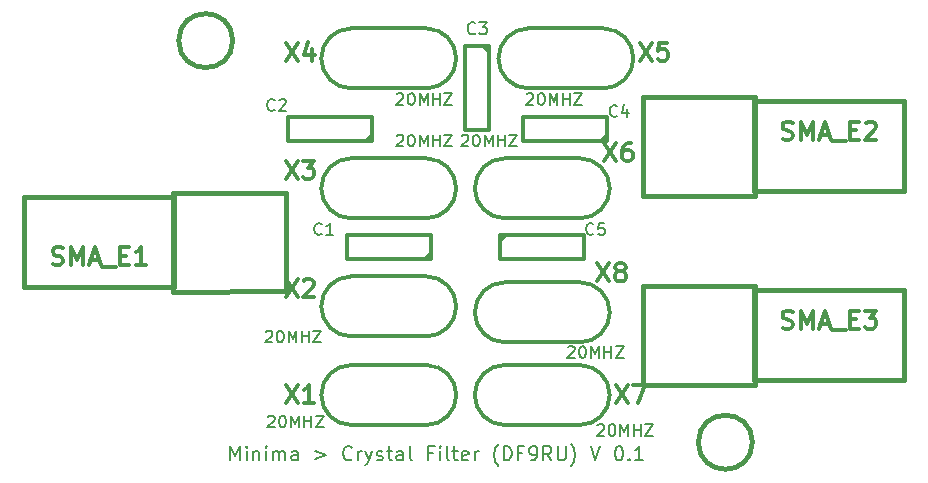
<source format=gto>
G04 #@! TF.FileFunction,Legend,Top*
%FSLAX45Y45*%
G04 Gerber Fmt 4.5, Leading zero omitted, Abs format (unit mm)*
G04 Created by KiCad (PCBNEW (2015-01-25 BZR 5388)-product) date Mo 03 Aug 2015 14:14:46 CEST*
%MOMM*%
G01*
G04 APERTURE LIST*
%ADD10C,0.150000*%
%ADD11C,0.200660*%
%ADD12C,0.381000*%
%ADD13C,0.317500*%
%ADD14C,0.304800*%
%ADD15C,0.200000*%
%ADD16C,0.203200*%
G04 APERTURE END LIST*
D10*
D11*
X12910240Y-10054215D02*
X12910240Y-9934327D01*
X12950202Y-10019961D01*
X12990165Y-9934327D01*
X12990165Y-10054215D01*
X13047255Y-10054215D02*
X13047255Y-9974290D01*
X13047255Y-9934327D02*
X13041546Y-9940036D01*
X13047255Y-9945745D01*
X13052964Y-9940036D01*
X13047255Y-9934327D01*
X13047255Y-9945745D01*
X13104344Y-9974290D02*
X13104344Y-10054215D01*
X13104344Y-9985708D02*
X13110053Y-9979999D01*
X13121471Y-9974290D01*
X13138598Y-9974290D01*
X13150016Y-9979999D01*
X13155725Y-9991417D01*
X13155725Y-10054215D01*
X13212814Y-10054215D02*
X13212814Y-9974290D01*
X13212814Y-9934327D02*
X13207105Y-9940036D01*
X13212814Y-9945745D01*
X13218523Y-9940036D01*
X13212814Y-9934327D01*
X13212814Y-9945745D01*
X13269904Y-10054215D02*
X13269904Y-9974290D01*
X13269904Y-9985708D02*
X13275613Y-9979999D01*
X13287031Y-9974290D01*
X13304157Y-9974290D01*
X13315575Y-9979999D01*
X13321284Y-9991417D01*
X13321284Y-10054215D01*
X13321284Y-9991417D02*
X13326993Y-9979999D01*
X13338411Y-9974290D01*
X13355538Y-9974290D01*
X13366956Y-9979999D01*
X13372665Y-9991417D01*
X13372665Y-10054215D01*
X13481135Y-10054215D02*
X13481135Y-9991417D01*
X13475426Y-9979999D01*
X13464008Y-9974290D01*
X13441172Y-9974290D01*
X13429754Y-9979999D01*
X13481135Y-10048506D02*
X13469717Y-10054215D01*
X13441172Y-10054215D01*
X13429754Y-10048506D01*
X13424045Y-10037088D01*
X13424045Y-10025670D01*
X13429754Y-10014252D01*
X13441172Y-10008543D01*
X13469717Y-10008543D01*
X13481135Y-10002835D01*
X13629568Y-9974290D02*
X13720911Y-10008543D01*
X13629568Y-10042797D01*
X13937851Y-10042797D02*
X13932142Y-10048506D01*
X13915015Y-10054215D01*
X13903597Y-10054215D01*
X13886471Y-10048506D01*
X13875053Y-10037088D01*
X13869344Y-10025670D01*
X13863635Y-10002835D01*
X13863635Y-9985708D01*
X13869344Y-9962872D01*
X13875053Y-9951454D01*
X13886471Y-9940036D01*
X13903597Y-9934327D01*
X13915015Y-9934327D01*
X13932142Y-9940036D01*
X13937851Y-9945745D01*
X13989232Y-10054215D02*
X13989232Y-9974290D01*
X13989232Y-9997126D02*
X13994941Y-9985708D01*
X14000650Y-9979999D01*
X14012068Y-9974290D01*
X14023485Y-9974290D01*
X14052030Y-9974290D02*
X14080575Y-10054215D01*
X14109120Y-9974290D02*
X14080575Y-10054215D01*
X14069157Y-10082760D01*
X14063448Y-10088469D01*
X14052030Y-10094178D01*
X14149082Y-10048506D02*
X14160500Y-10054215D01*
X14183336Y-10054215D01*
X14194754Y-10048506D01*
X14200463Y-10037088D01*
X14200463Y-10031379D01*
X14194754Y-10019961D01*
X14183336Y-10014252D01*
X14166209Y-10014252D01*
X14154791Y-10008543D01*
X14149082Y-9997126D01*
X14149082Y-9991417D01*
X14154791Y-9979999D01*
X14166209Y-9974290D01*
X14183336Y-9974290D01*
X14194754Y-9979999D01*
X14234717Y-9974290D02*
X14280388Y-9974290D01*
X14251844Y-9934327D02*
X14251844Y-10037088D01*
X14257552Y-10048506D01*
X14268970Y-10054215D01*
X14280388Y-10054215D01*
X14371731Y-10054215D02*
X14371731Y-9991417D01*
X14366023Y-9979999D01*
X14354605Y-9974290D01*
X14331769Y-9974290D01*
X14320351Y-9979999D01*
X14371731Y-10048506D02*
X14360314Y-10054215D01*
X14331769Y-10054215D01*
X14320351Y-10048506D01*
X14314642Y-10037088D01*
X14314642Y-10025670D01*
X14320351Y-10014252D01*
X14331769Y-10008543D01*
X14360314Y-10008543D01*
X14371731Y-10002835D01*
X14445948Y-10054215D02*
X14434530Y-10048506D01*
X14428821Y-10037088D01*
X14428821Y-9934327D01*
X14622925Y-9991417D02*
X14582963Y-9991417D01*
X14582963Y-10054215D02*
X14582963Y-9934327D01*
X14640052Y-9934327D01*
X14685724Y-10054215D02*
X14685724Y-9974290D01*
X14685724Y-9934327D02*
X14680015Y-9940036D01*
X14685724Y-9945745D01*
X14691433Y-9940036D01*
X14685724Y-9934327D01*
X14685724Y-9945745D01*
X14759940Y-10054215D02*
X14748522Y-10048506D01*
X14742813Y-10037088D01*
X14742813Y-9934327D01*
X14788485Y-9974290D02*
X14834157Y-9974290D01*
X14805612Y-9934327D02*
X14805612Y-10037088D01*
X14811321Y-10048506D01*
X14822739Y-10054215D01*
X14834157Y-10054215D01*
X14919791Y-10048506D02*
X14908373Y-10054215D01*
X14885537Y-10054215D01*
X14874119Y-10048506D01*
X14868410Y-10037088D01*
X14868410Y-9991417D01*
X14874119Y-9979999D01*
X14885537Y-9974290D01*
X14908373Y-9974290D01*
X14919791Y-9979999D01*
X14925500Y-9991417D01*
X14925500Y-10002835D01*
X14868410Y-10014252D01*
X14976880Y-10054215D02*
X14976880Y-9974290D01*
X14976880Y-9997126D02*
X14982589Y-9985708D01*
X14988298Y-9979999D01*
X14999716Y-9974290D01*
X15011134Y-9974290D01*
X15176694Y-10099887D02*
X15170985Y-10094178D01*
X15159567Y-10077051D01*
X15153858Y-10065633D01*
X15148149Y-10048506D01*
X15142440Y-10019961D01*
X15142440Y-9997126D01*
X15148149Y-9968581D01*
X15153858Y-9951454D01*
X15159567Y-9940036D01*
X15170985Y-9922909D01*
X15176694Y-9917200D01*
X15222365Y-10054215D02*
X15222365Y-9934327D01*
X15250910Y-9934327D01*
X15268037Y-9940036D01*
X15279455Y-9951454D01*
X15285164Y-9962872D01*
X15290873Y-9985708D01*
X15290873Y-10002835D01*
X15285164Y-10025670D01*
X15279455Y-10037088D01*
X15268037Y-10048506D01*
X15250910Y-10054215D01*
X15222365Y-10054215D01*
X15382216Y-9991417D02*
X15342253Y-9991417D01*
X15342253Y-10054215D02*
X15342253Y-9934327D01*
X15399343Y-9934327D01*
X15450723Y-10054215D02*
X15473559Y-10054215D01*
X15484977Y-10048506D01*
X15490686Y-10042797D01*
X15502104Y-10025670D01*
X15507813Y-10002835D01*
X15507813Y-9957163D01*
X15502104Y-9945745D01*
X15496395Y-9940036D01*
X15484977Y-9934327D01*
X15462141Y-9934327D01*
X15450723Y-9940036D01*
X15445014Y-9945745D01*
X15439305Y-9957163D01*
X15439305Y-9985708D01*
X15445014Y-9997126D01*
X15450723Y-10002835D01*
X15462141Y-10008543D01*
X15484977Y-10008543D01*
X15496395Y-10002835D01*
X15502104Y-9997126D01*
X15507813Y-9985708D01*
X15627701Y-10054215D02*
X15587738Y-9997126D01*
X15559193Y-10054215D02*
X15559193Y-9934327D01*
X15604865Y-9934327D01*
X15616283Y-9940036D01*
X15621992Y-9945745D01*
X15627701Y-9957163D01*
X15627701Y-9974290D01*
X15621992Y-9985708D01*
X15616283Y-9991417D01*
X15604865Y-9997126D01*
X15559193Y-9997126D01*
X15679081Y-9934327D02*
X15679081Y-10031379D01*
X15684790Y-10042797D01*
X15690499Y-10048506D01*
X15701917Y-10054215D01*
X15724753Y-10054215D01*
X15736171Y-10048506D01*
X15741880Y-10042797D01*
X15747589Y-10031379D01*
X15747589Y-9934327D01*
X15793260Y-10099887D02*
X15798969Y-10094178D01*
X15810387Y-10077051D01*
X15816096Y-10065633D01*
X15821805Y-10048506D01*
X15827514Y-10019961D01*
X15827514Y-9997126D01*
X15821805Y-9968581D01*
X15816096Y-9951454D01*
X15810387Y-9940036D01*
X15798969Y-9922909D01*
X15793260Y-9917200D01*
X15958820Y-9934327D02*
X15998783Y-10054215D01*
X16038745Y-9934327D01*
X16192887Y-9934327D02*
X16204305Y-9934327D01*
X16215723Y-9940036D01*
X16221432Y-9945745D01*
X16227141Y-9957163D01*
X16232850Y-9979999D01*
X16232850Y-10008543D01*
X16227141Y-10031379D01*
X16221432Y-10042797D01*
X16215723Y-10048506D01*
X16204305Y-10054215D01*
X16192887Y-10054215D01*
X16181469Y-10048506D01*
X16175760Y-10042797D01*
X16170051Y-10031379D01*
X16164342Y-10008543D01*
X16164342Y-9979999D01*
X16170051Y-9957163D01*
X16175760Y-9945745D01*
X16181469Y-9940036D01*
X16192887Y-9934327D01*
X16284230Y-10042797D02*
X16289939Y-10048506D01*
X16284230Y-10054215D01*
X16278521Y-10048506D01*
X16284230Y-10042797D01*
X16284230Y-10054215D01*
X16404118Y-10054215D02*
X16335611Y-10054215D01*
X16369864Y-10054215D02*
X16369864Y-9934327D01*
X16358446Y-9951454D01*
X16347029Y-9962872D01*
X16335611Y-9968581D01*
D12*
X17328642Y-9900158D02*
G75*
G03X17328642Y-9900158I-228600J0D01*
G01*
X12928600Y-6499860D02*
G75*
G03X12928600Y-6499860I-228600J0D01*
G01*
D13*
X15232500Y-9754000D02*
X15867500Y-9754000D01*
X15232500Y-9246000D02*
X15867500Y-9246000D01*
X16121500Y-9500000D02*
G75*
G03X15867500Y-9246000I-254000J0D01*
G01*
X15867500Y-9754000D02*
G75*
G03X16121500Y-9500000I0J254000D01*
G01*
X15232500Y-9246000D02*
G75*
G03X14978500Y-9500000I0J-254000D01*
G01*
X14978500Y-9500000D02*
G75*
G03X15232500Y-9754000I254000J0D01*
G01*
X15232500Y-9054000D02*
X15867500Y-9054000D01*
X15232500Y-8546000D02*
X15867500Y-8546000D01*
X16121500Y-8800000D02*
G75*
G03X15867500Y-8546000I-254000J0D01*
G01*
X15867500Y-9054000D02*
G75*
G03X16121500Y-8800000I0J254000D01*
G01*
X15232500Y-8546000D02*
G75*
G03X14978500Y-8800000I0J-254000D01*
G01*
X14978500Y-8800000D02*
G75*
G03X15232500Y-9054000I254000J0D01*
G01*
X15867500Y-7496000D02*
X15232500Y-7496000D01*
X15867500Y-8004000D02*
X15232500Y-8004000D01*
X14978500Y-7750000D02*
G75*
G03X15232500Y-8004000I254000J0D01*
G01*
X15232500Y-7496000D02*
G75*
G03X14978500Y-7750000I0J-254000D01*
G01*
X15867500Y-8004000D02*
G75*
G03X16121500Y-7750000I0J254000D01*
G01*
X16121500Y-7750000D02*
G75*
G03X15867500Y-7496000I-254000J0D01*
G01*
X15432500Y-6904000D02*
X16067500Y-6904000D01*
X15432500Y-6396000D02*
X16067500Y-6396000D01*
X16321500Y-6650000D02*
G75*
G03X16067500Y-6396000I-254000J0D01*
G01*
X16067500Y-6904000D02*
G75*
G03X16321500Y-6650000I0J254000D01*
G01*
X15432500Y-6396000D02*
G75*
G03X15178500Y-6650000I0J-254000D01*
G01*
X15178500Y-6650000D02*
G75*
G03X15432500Y-6904000I254000J0D01*
G01*
X13932500Y-6904000D02*
X14567500Y-6904000D01*
X13932500Y-6396000D02*
X14567500Y-6396000D01*
X14821500Y-6650000D02*
G75*
G03X14567500Y-6396000I-254000J0D01*
G01*
X14567500Y-6904000D02*
G75*
G03X14821500Y-6650000I0J254000D01*
G01*
X13932500Y-6396000D02*
G75*
G03X13678500Y-6650000I0J-254000D01*
G01*
X13678500Y-6650000D02*
G75*
G03X13932500Y-6904000I254000J0D01*
G01*
X14567408Y-7496048D02*
X13932408Y-7496048D01*
X14567408Y-8004048D02*
X13932408Y-8004048D01*
X13678408Y-7750048D02*
G75*
G03X13932408Y-8004048I254000J0D01*
G01*
X13932408Y-7496048D02*
G75*
G03X13678408Y-7750048I0J-254000D01*
G01*
X14567408Y-8004048D02*
G75*
G03X14821408Y-7750048I0J254000D01*
G01*
X14821408Y-7750048D02*
G75*
G03X14567408Y-7496048I-254000J0D01*
G01*
X13932408Y-9004046D02*
X14567408Y-9004046D01*
X13932408Y-8496046D02*
X14567408Y-8496046D01*
X14821408Y-8750046D02*
G75*
G03X14567408Y-8496046I-254000J0D01*
G01*
X14567408Y-9004046D02*
G75*
G03X14821408Y-8750046I0J254000D01*
G01*
X13932408Y-8496046D02*
G75*
G03X13678408Y-8750046I0J-254000D01*
G01*
X13678408Y-8750046D02*
G75*
G03X13932408Y-9004046I254000J0D01*
G01*
X13932408Y-9754108D02*
X14567408Y-9754108D01*
X13932408Y-9246108D02*
X14567408Y-9246108D01*
X14821408Y-9500108D02*
G75*
G03X14567408Y-9246108I-254000J0D01*
G01*
X14567408Y-9754108D02*
G75*
G03X14821408Y-9500108I0J254000D01*
G01*
X13932408Y-9246108D02*
G75*
G03X13678408Y-9500108I0J-254000D01*
G01*
X13678408Y-9500108D02*
G75*
G03X13932408Y-9754108I254000J0D01*
G01*
D14*
X15194400Y-8148400D02*
X15905600Y-8148400D01*
X15905600Y-8148400D02*
X15905600Y-8351600D01*
X15905600Y-8351600D02*
X15194400Y-8351600D01*
X15194400Y-8351600D02*
X15194400Y-8148400D01*
X15194400Y-8199200D02*
X15245200Y-8148400D01*
X16095600Y-7351600D02*
X15384400Y-7351600D01*
X15384400Y-7351600D02*
X15384400Y-7148400D01*
X15384400Y-7148400D02*
X16095600Y-7148400D01*
X16095600Y-7148400D02*
X16095600Y-7351600D01*
X16095600Y-7300800D02*
X16044800Y-7351600D01*
X14105636Y-7351522D02*
X13394436Y-7351522D01*
X13394436Y-7351522D02*
X13394436Y-7148322D01*
X13394436Y-7148322D02*
X14105636Y-7148322D01*
X14105636Y-7148322D02*
X14105636Y-7351522D01*
X14105636Y-7300722D02*
X14054836Y-7351522D01*
X15101600Y-6544400D02*
X15101600Y-7255600D01*
X15101600Y-7255600D02*
X14898400Y-7255600D01*
X14898400Y-7255600D02*
X14898400Y-6544400D01*
X14898400Y-6544400D02*
X15101600Y-6544400D01*
X15050800Y-6544400D02*
X15101600Y-6595200D01*
X14605508Y-8351520D02*
X13894308Y-8351520D01*
X13894308Y-8351520D02*
X13894308Y-8148320D01*
X13894308Y-8148320D02*
X14605508Y-8148320D01*
X14605508Y-8148320D02*
X14605508Y-8351520D01*
X14605508Y-8300720D02*
X14554708Y-8351520D01*
D12*
X13374800Y-8619560D02*
X12424840Y-8624640D01*
X12424840Y-8624640D02*
X12424840Y-7786440D01*
X12424840Y-7786440D02*
X13379880Y-7786440D01*
X13379880Y-7786440D02*
X13379880Y-8619560D01*
X12435000Y-8586540D02*
X12435000Y-7824540D01*
X12435000Y-7824540D02*
X11165000Y-7824540D01*
X11165000Y-7824540D02*
X11165000Y-8586540D01*
X11165000Y-8586540D02*
X12435000Y-8586540D01*
X16405200Y-6980440D02*
X17355160Y-6975360D01*
X17355160Y-6975360D02*
X17355160Y-7813560D01*
X17355160Y-7813560D02*
X16400120Y-7813560D01*
X16400120Y-7813560D02*
X16400120Y-6980440D01*
X17345000Y-7013460D02*
X17345000Y-7775460D01*
X17345000Y-7775460D02*
X18615000Y-7775460D01*
X18615000Y-7775460D02*
X18615000Y-7013460D01*
X18615000Y-7013460D02*
X17345000Y-7013460D01*
X16405200Y-8580440D02*
X17355160Y-8575360D01*
X17355160Y-8575360D02*
X17355160Y-9413560D01*
X17355160Y-9413560D02*
X16400120Y-9413560D01*
X16400120Y-9413560D02*
X16400120Y-8580440D01*
X17345000Y-8613460D02*
X17345000Y-9375460D01*
X17345000Y-9375460D02*
X18615000Y-9375460D01*
X18615000Y-9375460D02*
X18615000Y-8613460D01*
X18615000Y-8613460D02*
X17345000Y-8613460D01*
D14*
X16176690Y-9416543D02*
X16278290Y-9568943D01*
X16278290Y-9416543D02*
X16176690Y-9568943D01*
X16321833Y-9416543D02*
X16423433Y-9416543D01*
X16358119Y-9568943D01*
D15*
X16016667Y-9754762D02*
X16021429Y-9750000D01*
X16030952Y-9745238D01*
X16054762Y-9745238D01*
X16064286Y-9750000D01*
X16069048Y-9754762D01*
X16073810Y-9764286D01*
X16073810Y-9773810D01*
X16069048Y-9788095D01*
X16011905Y-9845238D01*
X16073810Y-9845238D01*
X16135714Y-9745238D02*
X16145238Y-9745238D01*
X16154762Y-9750000D01*
X16159524Y-9754762D01*
X16164286Y-9764286D01*
X16169048Y-9783333D01*
X16169048Y-9807143D01*
X16164286Y-9826191D01*
X16159524Y-9835714D01*
X16154762Y-9840476D01*
X16145238Y-9845238D01*
X16135714Y-9845238D01*
X16126190Y-9840476D01*
X16121429Y-9835714D01*
X16116667Y-9826191D01*
X16111905Y-9807143D01*
X16111905Y-9783333D01*
X16116667Y-9764286D01*
X16121429Y-9754762D01*
X16126190Y-9750000D01*
X16135714Y-9745238D01*
X16211905Y-9845238D02*
X16211905Y-9745238D01*
X16245238Y-9816667D01*
X16278571Y-9745238D01*
X16278571Y-9845238D01*
X16326190Y-9845238D02*
X16326190Y-9745238D01*
X16326190Y-9792857D02*
X16383333Y-9792857D01*
X16383333Y-9845238D02*
X16383333Y-9745238D01*
X16421429Y-9745238D02*
X16488095Y-9745238D01*
X16421429Y-9845238D01*
X16488095Y-9845238D01*
D14*
X16016628Y-8386543D02*
X16118228Y-8538943D01*
X16118228Y-8386543D02*
X16016628Y-8538943D01*
X16198057Y-8451857D02*
X16183543Y-8444600D01*
X16176286Y-8437343D01*
X16169029Y-8422829D01*
X16169029Y-8415571D01*
X16176286Y-8401057D01*
X16183543Y-8393800D01*
X16198057Y-8386543D01*
X16227086Y-8386543D01*
X16241600Y-8393800D01*
X16248857Y-8401057D01*
X16256114Y-8415571D01*
X16256114Y-8422829D01*
X16248857Y-8437343D01*
X16241600Y-8444600D01*
X16227086Y-8451857D01*
X16198057Y-8451857D01*
X16183543Y-8459114D01*
X16176286Y-8466371D01*
X16169029Y-8480886D01*
X16169029Y-8509914D01*
X16176286Y-8524429D01*
X16183543Y-8531686D01*
X16198057Y-8538943D01*
X16227086Y-8538943D01*
X16241600Y-8531686D01*
X16248857Y-8524429D01*
X16256114Y-8509914D01*
X16256114Y-8480886D01*
X16248857Y-8466371D01*
X16241600Y-8459114D01*
X16227086Y-8451857D01*
D15*
X15766667Y-9094762D02*
X15771429Y-9090000D01*
X15780952Y-9085238D01*
X15804762Y-9085238D01*
X15814286Y-9090000D01*
X15819048Y-9094762D01*
X15823810Y-9104286D01*
X15823810Y-9113810D01*
X15819048Y-9128095D01*
X15761905Y-9185238D01*
X15823810Y-9185238D01*
X15885714Y-9085238D02*
X15895238Y-9085238D01*
X15904762Y-9090000D01*
X15909524Y-9094762D01*
X15914286Y-9104286D01*
X15919048Y-9123333D01*
X15919048Y-9147143D01*
X15914286Y-9166191D01*
X15909524Y-9175714D01*
X15904762Y-9180476D01*
X15895238Y-9185238D01*
X15885714Y-9185238D01*
X15876190Y-9180476D01*
X15871429Y-9175714D01*
X15866667Y-9166191D01*
X15861905Y-9147143D01*
X15861905Y-9123333D01*
X15866667Y-9104286D01*
X15871429Y-9094762D01*
X15876190Y-9090000D01*
X15885714Y-9085238D01*
X15961905Y-9185238D02*
X15961905Y-9085238D01*
X15995238Y-9156667D01*
X16028571Y-9085238D01*
X16028571Y-9185238D01*
X16076190Y-9185238D02*
X16076190Y-9085238D01*
X16076190Y-9132857D02*
X16133333Y-9132857D01*
X16133333Y-9185238D02*
X16133333Y-9085238D01*
X16171429Y-9085238D02*
X16238095Y-9085238D01*
X16171429Y-9185238D01*
X16238095Y-9185238D01*
D14*
X16076628Y-7366543D02*
X16178228Y-7518943D01*
X16178228Y-7366543D02*
X16076628Y-7518943D01*
X16301600Y-7366543D02*
X16272571Y-7366543D01*
X16258057Y-7373800D01*
X16250800Y-7381057D01*
X16236286Y-7402829D01*
X16229029Y-7431857D01*
X16229029Y-7489914D01*
X16236286Y-7504429D01*
X16243543Y-7511686D01*
X16258057Y-7518943D01*
X16287086Y-7518943D01*
X16301600Y-7511686D01*
X16308857Y-7504429D01*
X16316114Y-7489914D01*
X16316114Y-7453629D01*
X16308857Y-7439114D01*
X16301600Y-7431857D01*
X16287086Y-7424600D01*
X16258057Y-7424600D01*
X16243543Y-7431857D01*
X16236286Y-7439114D01*
X16229029Y-7453629D01*
D15*
X14866667Y-7304762D02*
X14871429Y-7300000D01*
X14880952Y-7295238D01*
X14904762Y-7295238D01*
X14914286Y-7300000D01*
X14919048Y-7304762D01*
X14923810Y-7314286D01*
X14923810Y-7323809D01*
X14919048Y-7338095D01*
X14861905Y-7395238D01*
X14923810Y-7395238D01*
X14985714Y-7295238D02*
X14995238Y-7295238D01*
X15004762Y-7300000D01*
X15009524Y-7304762D01*
X15014286Y-7314286D01*
X15019048Y-7333333D01*
X15019048Y-7357143D01*
X15014286Y-7376190D01*
X15009524Y-7385714D01*
X15004762Y-7390476D01*
X14995238Y-7395238D01*
X14985714Y-7395238D01*
X14976190Y-7390476D01*
X14971429Y-7385714D01*
X14966667Y-7376190D01*
X14961905Y-7357143D01*
X14961905Y-7333333D01*
X14966667Y-7314286D01*
X14971429Y-7304762D01*
X14976190Y-7300000D01*
X14985714Y-7295238D01*
X15061905Y-7395238D02*
X15061905Y-7295238D01*
X15095238Y-7366667D01*
X15128571Y-7295238D01*
X15128571Y-7395238D01*
X15176190Y-7395238D02*
X15176190Y-7295238D01*
X15176190Y-7342857D02*
X15233333Y-7342857D01*
X15233333Y-7395238D02*
X15233333Y-7295238D01*
X15271429Y-7295238D02*
X15338095Y-7295238D01*
X15271429Y-7395238D01*
X15338095Y-7395238D01*
D14*
X16376690Y-6516505D02*
X16478290Y-6668905D01*
X16478290Y-6516505D02*
X16376690Y-6668905D01*
X16608919Y-6516505D02*
X16536348Y-6516505D01*
X16529091Y-6589076D01*
X16536348Y-6581819D01*
X16550862Y-6574562D01*
X16587148Y-6574562D01*
X16601662Y-6581819D01*
X16608919Y-6589076D01*
X16616176Y-6603591D01*
X16616176Y-6639876D01*
X16608919Y-6654391D01*
X16601662Y-6661648D01*
X16587148Y-6668905D01*
X16550862Y-6668905D01*
X16536348Y-6661648D01*
X16529091Y-6654391D01*
D15*
X15416667Y-6954762D02*
X15421429Y-6950000D01*
X15430952Y-6945238D01*
X15454762Y-6945238D01*
X15464286Y-6950000D01*
X15469048Y-6954762D01*
X15473810Y-6964286D01*
X15473810Y-6973809D01*
X15469048Y-6988095D01*
X15411905Y-7045238D01*
X15473810Y-7045238D01*
X15535714Y-6945238D02*
X15545238Y-6945238D01*
X15554762Y-6950000D01*
X15559524Y-6954762D01*
X15564286Y-6964286D01*
X15569048Y-6983333D01*
X15569048Y-7007143D01*
X15564286Y-7026190D01*
X15559524Y-7035714D01*
X15554762Y-7040476D01*
X15545238Y-7045238D01*
X15535714Y-7045238D01*
X15526190Y-7040476D01*
X15521429Y-7035714D01*
X15516667Y-7026190D01*
X15511905Y-7007143D01*
X15511905Y-6983333D01*
X15516667Y-6964286D01*
X15521429Y-6954762D01*
X15526190Y-6950000D01*
X15535714Y-6945238D01*
X15611905Y-7045238D02*
X15611905Y-6945238D01*
X15645238Y-7016667D01*
X15678571Y-6945238D01*
X15678571Y-7045238D01*
X15726190Y-7045238D02*
X15726190Y-6945238D01*
X15726190Y-6992857D02*
X15783333Y-6992857D01*
X15783333Y-7045238D02*
X15783333Y-6945238D01*
X15821429Y-6945238D02*
X15888095Y-6945238D01*
X15821429Y-7045238D01*
X15888095Y-7045238D01*
D14*
X13376820Y-6516505D02*
X13478420Y-6668905D01*
X13478420Y-6516505D02*
X13376820Y-6668905D01*
X13601792Y-6567305D02*
X13601792Y-6668905D01*
X13565506Y-6509248D02*
X13529221Y-6618105D01*
X13623563Y-6618105D01*
D15*
X14316667Y-6954762D02*
X14321429Y-6950000D01*
X14330952Y-6945238D01*
X14354762Y-6945238D01*
X14364286Y-6950000D01*
X14369048Y-6954762D01*
X14373810Y-6964286D01*
X14373810Y-6973809D01*
X14369048Y-6988095D01*
X14311905Y-7045238D01*
X14373810Y-7045238D01*
X14435714Y-6945238D02*
X14445238Y-6945238D01*
X14454762Y-6950000D01*
X14459524Y-6954762D01*
X14464286Y-6964286D01*
X14469048Y-6983333D01*
X14469048Y-7007143D01*
X14464286Y-7026190D01*
X14459524Y-7035714D01*
X14454762Y-7040476D01*
X14445238Y-7045238D01*
X14435714Y-7045238D01*
X14426190Y-7040476D01*
X14421429Y-7035714D01*
X14416667Y-7026190D01*
X14411905Y-7007143D01*
X14411905Y-6983333D01*
X14416667Y-6964286D01*
X14421429Y-6954762D01*
X14426190Y-6950000D01*
X14435714Y-6945238D01*
X14511905Y-7045238D02*
X14511905Y-6945238D01*
X14545238Y-7016667D01*
X14578571Y-6945238D01*
X14578571Y-7045238D01*
X14626190Y-7045238D02*
X14626190Y-6945238D01*
X14626190Y-6992857D02*
X14683333Y-6992857D01*
X14683333Y-7045238D02*
X14683333Y-6945238D01*
X14721429Y-6945238D02*
X14788095Y-6945238D01*
X14721429Y-7045238D01*
X14788095Y-7045238D01*
D14*
X13376628Y-7516543D02*
X13478228Y-7668943D01*
X13478228Y-7516543D02*
X13376628Y-7668943D01*
X13521771Y-7516543D02*
X13616114Y-7516543D01*
X13565314Y-7574600D01*
X13587086Y-7574600D01*
X13601600Y-7581857D01*
X13608857Y-7589114D01*
X13616114Y-7603629D01*
X13616114Y-7639914D01*
X13608857Y-7654429D01*
X13601600Y-7661686D01*
X13587086Y-7668943D01*
X13543543Y-7668943D01*
X13529029Y-7661686D01*
X13521771Y-7654429D01*
D15*
X14316667Y-7304762D02*
X14321429Y-7300000D01*
X14330952Y-7295238D01*
X14354762Y-7295238D01*
X14364286Y-7300000D01*
X14369048Y-7304762D01*
X14373810Y-7314286D01*
X14373810Y-7323809D01*
X14369048Y-7338095D01*
X14311905Y-7395238D01*
X14373810Y-7395238D01*
X14435714Y-7295238D02*
X14445238Y-7295238D01*
X14454762Y-7300000D01*
X14459524Y-7304762D01*
X14464286Y-7314286D01*
X14469048Y-7333333D01*
X14469048Y-7357143D01*
X14464286Y-7376190D01*
X14459524Y-7385714D01*
X14454762Y-7390476D01*
X14445238Y-7395238D01*
X14435714Y-7395238D01*
X14426190Y-7390476D01*
X14421429Y-7385714D01*
X14416667Y-7376190D01*
X14411905Y-7357143D01*
X14411905Y-7333333D01*
X14416667Y-7314286D01*
X14421429Y-7304762D01*
X14426190Y-7300000D01*
X14435714Y-7295238D01*
X14511905Y-7395238D02*
X14511905Y-7295238D01*
X14545238Y-7366667D01*
X14578571Y-7295238D01*
X14578571Y-7395238D01*
X14626190Y-7395238D02*
X14626190Y-7295238D01*
X14626190Y-7342857D02*
X14683333Y-7342857D01*
X14683333Y-7395238D02*
X14683333Y-7295238D01*
X14721429Y-7295238D02*
X14788095Y-7295238D01*
X14721429Y-7395238D01*
X14788095Y-7395238D01*
D14*
X13376728Y-8516475D02*
X13478328Y-8668875D01*
X13478328Y-8516475D02*
X13376728Y-8668875D01*
X13529129Y-8530989D02*
X13536386Y-8523732D01*
X13550900Y-8516475D01*
X13587186Y-8516475D01*
X13601700Y-8523732D01*
X13608957Y-8530989D01*
X13616214Y-8545503D01*
X13616214Y-8560018D01*
X13608957Y-8581789D01*
X13521871Y-8668875D01*
X13616214Y-8668875D01*
D15*
X13206667Y-8964762D02*
X13211429Y-8960000D01*
X13220952Y-8955238D01*
X13244762Y-8955238D01*
X13254286Y-8960000D01*
X13259048Y-8964762D01*
X13263810Y-8974286D01*
X13263810Y-8983810D01*
X13259048Y-8998095D01*
X13201905Y-9055238D01*
X13263810Y-9055238D01*
X13325714Y-8955238D02*
X13335238Y-8955238D01*
X13344762Y-8960000D01*
X13349524Y-8964762D01*
X13354286Y-8974286D01*
X13359048Y-8993333D01*
X13359048Y-9017143D01*
X13354286Y-9036191D01*
X13349524Y-9045714D01*
X13344762Y-9050476D01*
X13335238Y-9055238D01*
X13325714Y-9055238D01*
X13316190Y-9050476D01*
X13311429Y-9045714D01*
X13306667Y-9036191D01*
X13301905Y-9017143D01*
X13301905Y-8993333D01*
X13306667Y-8974286D01*
X13311429Y-8964762D01*
X13316190Y-8960000D01*
X13325714Y-8955238D01*
X13401905Y-9055238D02*
X13401905Y-8955238D01*
X13435238Y-9026667D01*
X13468571Y-8955238D01*
X13468571Y-9055238D01*
X13516190Y-9055238D02*
X13516190Y-8955238D01*
X13516190Y-9002857D02*
X13573333Y-9002857D01*
X13573333Y-9055238D02*
X13573333Y-8955238D01*
X13611429Y-8955238D02*
X13678095Y-8955238D01*
X13611429Y-9055238D01*
X13678095Y-9055238D01*
D14*
X13376728Y-9416651D02*
X13478328Y-9569051D01*
X13478328Y-9416651D02*
X13376728Y-9569051D01*
X13616214Y-9569051D02*
X13529129Y-9569051D01*
X13572671Y-9569051D02*
X13572671Y-9416651D01*
X13558157Y-9438422D01*
X13543643Y-9452937D01*
X13529129Y-9460194D01*
D15*
X13226667Y-9684762D02*
X13231429Y-9680000D01*
X13240952Y-9675238D01*
X13264762Y-9675238D01*
X13274286Y-9680000D01*
X13279048Y-9684762D01*
X13283810Y-9694286D01*
X13283810Y-9703810D01*
X13279048Y-9718095D01*
X13221905Y-9775238D01*
X13283810Y-9775238D01*
X13345714Y-9675238D02*
X13355238Y-9675238D01*
X13364762Y-9680000D01*
X13369524Y-9684762D01*
X13374286Y-9694286D01*
X13379048Y-9713333D01*
X13379048Y-9737143D01*
X13374286Y-9756191D01*
X13369524Y-9765714D01*
X13364762Y-9770476D01*
X13355238Y-9775238D01*
X13345714Y-9775238D01*
X13336190Y-9770476D01*
X13331429Y-9765714D01*
X13326667Y-9756191D01*
X13321905Y-9737143D01*
X13321905Y-9713333D01*
X13326667Y-9694286D01*
X13331429Y-9684762D01*
X13336190Y-9680000D01*
X13345714Y-9675238D01*
X13421905Y-9775238D02*
X13421905Y-9675238D01*
X13455238Y-9746667D01*
X13488571Y-9675238D01*
X13488571Y-9775238D01*
X13536190Y-9775238D02*
X13536190Y-9675238D01*
X13536190Y-9722857D02*
X13593333Y-9722857D01*
X13593333Y-9775238D02*
X13593333Y-9675238D01*
X13631429Y-9675238D02*
X13698095Y-9675238D01*
X13631429Y-9775238D01*
X13698095Y-9775238D01*
D16*
X15983067Y-8136286D02*
X15978229Y-8141124D01*
X15963714Y-8145962D01*
X15954038Y-8145962D01*
X15939524Y-8141124D01*
X15929848Y-8131448D01*
X15925010Y-8121771D01*
X15920171Y-8102419D01*
X15920171Y-8087905D01*
X15925010Y-8068552D01*
X15929848Y-8058876D01*
X15939524Y-8049200D01*
X15954038Y-8044362D01*
X15963714Y-8044362D01*
X15978229Y-8049200D01*
X15983067Y-8054038D01*
X16074990Y-8044362D02*
X16026610Y-8044362D01*
X16021771Y-8092743D01*
X16026610Y-8087905D01*
X16036286Y-8083067D01*
X16060476Y-8083067D01*
X16070152Y-8087905D01*
X16074990Y-8092743D01*
X16079829Y-8102419D01*
X16079829Y-8126609D01*
X16074990Y-8136286D01*
X16070152Y-8141124D01*
X16060476Y-8145962D01*
X16036286Y-8145962D01*
X16026610Y-8141124D01*
X16021771Y-8136286D01*
X16183067Y-7136286D02*
X16178229Y-7141124D01*
X16163714Y-7145962D01*
X16154038Y-7145962D01*
X16139524Y-7141124D01*
X16129848Y-7131448D01*
X16125010Y-7121771D01*
X16120171Y-7102419D01*
X16120171Y-7087905D01*
X16125010Y-7068552D01*
X16129848Y-7058876D01*
X16139524Y-7049200D01*
X16154038Y-7044362D01*
X16163714Y-7044362D01*
X16178229Y-7049200D01*
X16183067Y-7054038D01*
X16270152Y-7078229D02*
X16270152Y-7145962D01*
X16245962Y-7039524D02*
X16221771Y-7112095D01*
X16284667Y-7112095D01*
X13283067Y-7086286D02*
X13278229Y-7091124D01*
X13263714Y-7095962D01*
X13254038Y-7095962D01*
X13239524Y-7091124D01*
X13229848Y-7081448D01*
X13225010Y-7071771D01*
X13220171Y-7052419D01*
X13220171Y-7037905D01*
X13225010Y-7018552D01*
X13229848Y-7008876D01*
X13239524Y-6999200D01*
X13254038Y-6994362D01*
X13263714Y-6994362D01*
X13278229Y-6999200D01*
X13283067Y-7004038D01*
X13321771Y-7004038D02*
X13326610Y-6999200D01*
X13336286Y-6994362D01*
X13360476Y-6994362D01*
X13370152Y-6999200D01*
X13374990Y-7004038D01*
X13379829Y-7013714D01*
X13379829Y-7023390D01*
X13374990Y-7037905D01*
X13316933Y-7095962D01*
X13379829Y-7095962D01*
X14983067Y-6436414D02*
X14978229Y-6441252D01*
X14963714Y-6446090D01*
X14954038Y-6446090D01*
X14939524Y-6441252D01*
X14929848Y-6431576D01*
X14925010Y-6421899D01*
X14920171Y-6402547D01*
X14920171Y-6388033D01*
X14925010Y-6368680D01*
X14929848Y-6359004D01*
X14939524Y-6349328D01*
X14954038Y-6344490D01*
X14963714Y-6344490D01*
X14978229Y-6349328D01*
X14983067Y-6354166D01*
X15016933Y-6344490D02*
X15079829Y-6344490D01*
X15045962Y-6383195D01*
X15060476Y-6383195D01*
X15070152Y-6388033D01*
X15074990Y-6392871D01*
X15079829Y-6402547D01*
X15079829Y-6426737D01*
X15074990Y-6436414D01*
X15070152Y-6441252D01*
X15060476Y-6446090D01*
X15031448Y-6446090D01*
X15021771Y-6441252D01*
X15016933Y-6436414D01*
X13683065Y-8136346D02*
X13678227Y-8141184D01*
X13663712Y-8146022D01*
X13654036Y-8146022D01*
X13639522Y-8141184D01*
X13629846Y-8131508D01*
X13625008Y-8121831D01*
X13620169Y-8102479D01*
X13620169Y-8087965D01*
X13625008Y-8068612D01*
X13629846Y-8058936D01*
X13639522Y-8049260D01*
X13654036Y-8044422D01*
X13663712Y-8044422D01*
X13678227Y-8049260D01*
X13683065Y-8054098D01*
X13779827Y-8146022D02*
X13721769Y-8146022D01*
X13750798Y-8146022D02*
X13750798Y-8044422D01*
X13741122Y-8058936D01*
X13731446Y-8068612D01*
X13721769Y-8073450D01*
D14*
X11404486Y-8391686D02*
X11426257Y-8398943D01*
X11462543Y-8398943D01*
X11477057Y-8391686D01*
X11484314Y-8384429D01*
X11491571Y-8369914D01*
X11491571Y-8355400D01*
X11484314Y-8340886D01*
X11477057Y-8333629D01*
X11462543Y-8326371D01*
X11433514Y-8319114D01*
X11419000Y-8311857D01*
X11411743Y-8304600D01*
X11404486Y-8290086D01*
X11404486Y-8275571D01*
X11411743Y-8261057D01*
X11419000Y-8253800D01*
X11433514Y-8246543D01*
X11469800Y-8246543D01*
X11491571Y-8253800D01*
X11556886Y-8398943D02*
X11556886Y-8246543D01*
X11607686Y-8355400D01*
X11658486Y-8246543D01*
X11658486Y-8398943D01*
X11723800Y-8355400D02*
X11796371Y-8355400D01*
X11709286Y-8398943D02*
X11760086Y-8246543D01*
X11810886Y-8398943D01*
X11825400Y-8413457D02*
X11941514Y-8413457D01*
X11977800Y-8319114D02*
X12028600Y-8319114D01*
X12050371Y-8398943D02*
X11977800Y-8398943D01*
X11977800Y-8246543D01*
X12050371Y-8246543D01*
X12195514Y-8398943D02*
X12108429Y-8398943D01*
X12151971Y-8398943D02*
X12151971Y-8246543D01*
X12137457Y-8268314D01*
X12122943Y-8282829D01*
X12108429Y-8290086D01*
X17584486Y-7331686D02*
X17606257Y-7338943D01*
X17642543Y-7338943D01*
X17657057Y-7331686D01*
X17664314Y-7324429D01*
X17671571Y-7309914D01*
X17671571Y-7295400D01*
X17664314Y-7280886D01*
X17657057Y-7273629D01*
X17642543Y-7266371D01*
X17613514Y-7259114D01*
X17599000Y-7251857D01*
X17591743Y-7244600D01*
X17584486Y-7230086D01*
X17584486Y-7215571D01*
X17591743Y-7201057D01*
X17599000Y-7193800D01*
X17613514Y-7186543D01*
X17649800Y-7186543D01*
X17671571Y-7193800D01*
X17736886Y-7338943D02*
X17736886Y-7186543D01*
X17787686Y-7295400D01*
X17838486Y-7186543D01*
X17838486Y-7338943D01*
X17903800Y-7295400D02*
X17976371Y-7295400D01*
X17889286Y-7338943D02*
X17940086Y-7186543D01*
X17990886Y-7338943D01*
X18005400Y-7353457D02*
X18121514Y-7353457D01*
X18157800Y-7259114D02*
X18208600Y-7259114D01*
X18230371Y-7338943D02*
X18157800Y-7338943D01*
X18157800Y-7186543D01*
X18230371Y-7186543D01*
X18288429Y-7201057D02*
X18295686Y-7193800D01*
X18310200Y-7186543D01*
X18346486Y-7186543D01*
X18361000Y-7193800D01*
X18368257Y-7201057D01*
X18375514Y-7215571D01*
X18375514Y-7230086D01*
X18368257Y-7251857D01*
X18281171Y-7338943D01*
X18375514Y-7338943D01*
X17584486Y-8931686D02*
X17606257Y-8938943D01*
X17642543Y-8938943D01*
X17657057Y-8931686D01*
X17664314Y-8924429D01*
X17671571Y-8909914D01*
X17671571Y-8895400D01*
X17664314Y-8880886D01*
X17657057Y-8873629D01*
X17642543Y-8866371D01*
X17613514Y-8859114D01*
X17599000Y-8851857D01*
X17591743Y-8844600D01*
X17584486Y-8830086D01*
X17584486Y-8815571D01*
X17591743Y-8801057D01*
X17599000Y-8793800D01*
X17613514Y-8786543D01*
X17649800Y-8786543D01*
X17671571Y-8793800D01*
X17736886Y-8938943D02*
X17736886Y-8786543D01*
X17787686Y-8895400D01*
X17838486Y-8786543D01*
X17838486Y-8938943D01*
X17903800Y-8895400D02*
X17976371Y-8895400D01*
X17889286Y-8938943D02*
X17940086Y-8786543D01*
X17990886Y-8938943D01*
X18005400Y-8953457D02*
X18121514Y-8953457D01*
X18157800Y-8859114D02*
X18208600Y-8859114D01*
X18230371Y-8938943D02*
X18157800Y-8938943D01*
X18157800Y-8786543D01*
X18230371Y-8786543D01*
X18281171Y-8786543D02*
X18375514Y-8786543D01*
X18324714Y-8844600D01*
X18346486Y-8844600D01*
X18361000Y-8851857D01*
X18368257Y-8859114D01*
X18375514Y-8873629D01*
X18375514Y-8909914D01*
X18368257Y-8924429D01*
X18361000Y-8931686D01*
X18346486Y-8938943D01*
X18302943Y-8938943D01*
X18288429Y-8931686D01*
X18281171Y-8924429D01*
M02*

</source>
